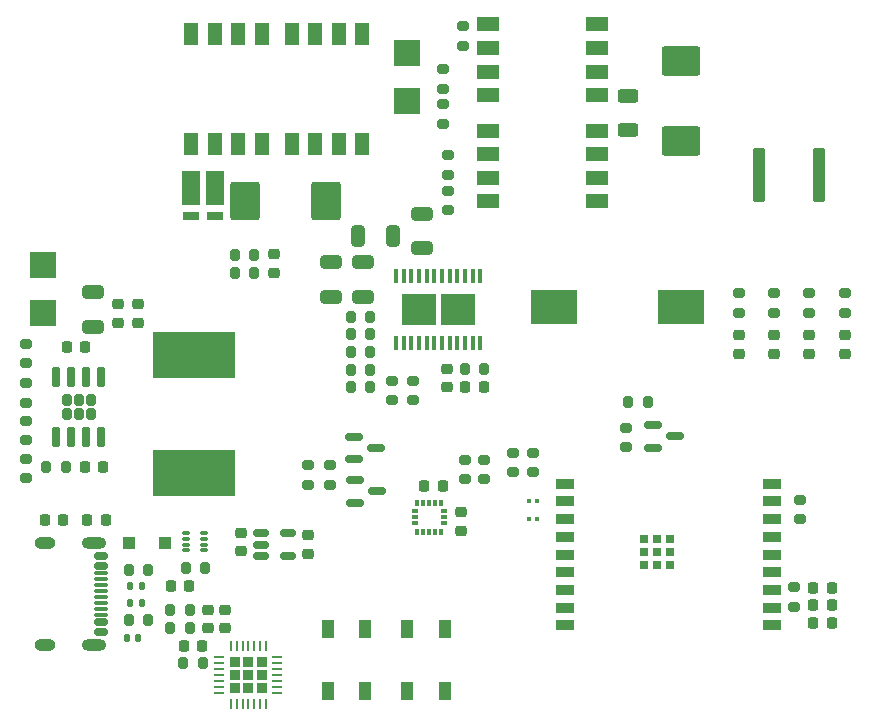
<source format=gbr>
G04 #@! TF.GenerationSoftware,KiCad,Pcbnew,9.0.3*
G04 #@! TF.CreationDate,2025-08-19T12:31:52-07:00*
G04 #@! TF.ProjectId,battery_protector,62617474-6572-4795-9f70-726f74656374,rev?*
G04 #@! TF.SameCoordinates,Original*
G04 #@! TF.FileFunction,Paste,Top*
G04 #@! TF.FilePolarity,Positive*
%FSLAX46Y46*%
G04 Gerber Fmt 4.6, Leading zero omitted, Abs format (unit mm)*
G04 Created by KiCad (PCBNEW 9.0.3) date 2025-08-19 12:31:52*
%MOMM*%
%LPD*%
G01*
G04 APERTURE LIST*
G04 Aperture macros list*
%AMRoundRect*
0 Rectangle with rounded corners*
0 $1 Rounding radius*
0 $2 $3 $4 $5 $6 $7 $8 $9 X,Y pos of 4 corners*
0 Add a 4 corners polygon primitive as box body*
4,1,4,$2,$3,$4,$5,$6,$7,$8,$9,$2,$3,0*
0 Add four circle primitives for the rounded corners*
1,1,$1+$1,$2,$3*
1,1,$1+$1,$4,$5*
1,1,$1+$1,$6,$7*
1,1,$1+$1,$8,$9*
0 Add four rect primitives between the rounded corners*
20,1,$1+$1,$2,$3,$4,$5,0*
20,1,$1+$1,$4,$5,$6,$7,0*
20,1,$1+$1,$6,$7,$8,$9,0*
20,1,$1+$1,$8,$9,$2,$3,0*%
G04 Aperture macros list end*
%ADD10C,0.000000*%
%ADD11R,1.498600X2.946400*%
%ADD12R,1.397000X0.711200*%
%ADD13RoundRect,0.200000X-0.275000X0.200000X-0.275000X-0.200000X0.275000X-0.200000X0.275000X0.200000X0*%
%ADD14RoundRect,0.225000X-0.225000X-0.250000X0.225000X-0.250000X0.225000X0.250000X-0.225000X0.250000X0*%
%ADD15RoundRect,0.225000X0.225000X0.250000X-0.225000X0.250000X-0.225000X-0.250000X0.225000X-0.250000X0*%
%ADD16RoundRect,0.200000X-0.200000X-0.275000X0.200000X-0.275000X0.200000X0.275000X-0.200000X0.275000X0*%
%ADD17RoundRect,0.200000X0.275000X-0.200000X0.275000X0.200000X-0.275000X0.200000X-0.275000X-0.200000X0*%
%ADD18RoundRect,0.200000X0.200000X0.275000X-0.200000X0.275000X-0.200000X-0.275000X0.200000X-0.275000X0*%
%ADD19RoundRect,0.250000X-0.625000X0.312500X-0.625000X-0.312500X0.625000X-0.312500X0.625000X0.312500X0*%
%ADD20R,1.854200X1.143000*%
%ADD21R,2.260600X2.209800*%
%ADD22RoundRect,0.225000X-0.250000X0.225000X-0.250000X-0.225000X0.250000X-0.225000X0.250000X0.225000X0*%
%ADD23RoundRect,0.150000X-0.587500X-0.150000X0.587500X-0.150000X0.587500X0.150000X-0.587500X0.150000X0*%
%ADD24RoundRect,0.079500X-0.079500X-0.100500X0.079500X-0.100500X0.079500X0.100500X-0.079500X0.100500X0*%
%ADD25R,1.000000X1.550000*%
%ADD26R,1.143000X1.854200*%
%ADD27RoundRect,0.250000X-0.650000X0.325000X-0.650000X-0.325000X0.650000X-0.325000X0.650000X0.325000X0*%
%ADD28RoundRect,0.225000X0.250000X-0.225000X0.250000X0.225000X-0.250000X0.225000X-0.250000X-0.225000X0*%
%ADD29RoundRect,0.150000X-0.425000X0.150000X-0.425000X-0.150000X0.425000X-0.150000X0.425000X0.150000X0*%
%ADD30RoundRect,0.075000X-0.500000X0.075000X-0.500000X-0.075000X0.500000X-0.075000X0.500000X0.075000X0*%
%ADD31O,2.100000X1.000000*%
%ADD32O,1.800000X1.000000*%
%ADD33RoundRect,0.218750X-0.256250X0.218750X-0.256250X-0.218750X0.256250X-0.218750X0.256250X0.218750X0*%
%ADD34RoundRect,0.075000X-0.075000X0.200000X-0.075000X-0.200000X0.075000X-0.200000X0.075000X0.200000X0*%
%ADD35RoundRect,0.075000X-0.200000X0.075000X-0.200000X-0.075000X0.200000X-0.075000X0.200000X0.075000X0*%
%ADD36R,1.000000X1.000000*%
%ADD37RoundRect,0.147500X-0.147500X-0.172500X0.147500X-0.172500X0.147500X0.172500X-0.147500X0.172500X0*%
%ADD38RoundRect,0.150000X-0.512500X-0.150000X0.512500X-0.150000X0.512500X0.150000X-0.512500X0.150000X0*%
%ADD39RoundRect,0.050000X-0.285000X-0.100000X0.285000X-0.100000X0.285000X0.100000X-0.285000X0.100000X0*%
%ADD40RoundRect,0.250000X0.300000X-2.050000X0.300000X2.050000X-0.300000X2.050000X-0.300000X-2.050000X0*%
%ADD41RoundRect,0.250000X0.325000X0.650000X-0.325000X0.650000X-0.325000X-0.650000X0.325000X-0.650000X0*%
%ADD42RoundRect,0.207500X-0.207500X0.277500X-0.207500X-0.277500X0.207500X-0.277500X0.207500X0.277500X0*%
%ADD43RoundRect,0.150000X-0.150000X0.737500X-0.150000X-0.737500X0.150000X-0.737500X0.150000X0.737500X0*%
%ADD44R,4.000000X3.000000*%
%ADD45RoundRect,0.225000X-0.225000X0.225000X-0.225000X-0.225000X0.225000X-0.225000X0.225000X0.225000X0*%
%ADD46RoundRect,0.062500X-0.062500X0.337500X-0.062500X-0.337500X0.062500X-0.337500X0.062500X0.337500X0*%
%ADD47RoundRect,0.062500X-0.337500X0.062500X-0.337500X-0.062500X0.337500X-0.062500X0.337500X0.062500X0*%
%ADD48R,1.500000X0.900000*%
%ADD49R,0.700000X0.700000*%
%ADD50RoundRect,0.250000X1.000000X-1.400000X1.000000X1.400000X-1.000000X1.400000X-1.000000X-1.400000X0*%
%ADD51R,7.000000X4.000000*%
%ADD52R,0.450000X1.310000*%
%ADD53RoundRect,0.250000X0.650000X-0.325000X0.650000X0.325000X-0.650000X0.325000X-0.650000X-0.325000X0*%
%ADD54RoundRect,0.250000X-1.400000X-1.000000X1.400000X-1.000000X1.400000X1.000000X-1.400000X1.000000X0*%
G04 APERTURE END LIST*
D10*
G36*
X113474999Y-92429998D02*
G01*
X110575005Y-92429998D01*
X110575005Y-89860000D01*
X113474999Y-89860000D01*
X113474999Y-92429998D01*
G37*
G36*
X116774999Y-92429998D02*
G01*
X113875005Y-92429998D01*
X113875005Y-89860000D01*
X116774999Y-89860000D01*
X116774999Y-92429998D01*
G37*
D11*
X92699964Y-80890400D03*
D12*
X92700000Y-83227200D03*
X94800000Y-83227200D03*
D11*
X94800036Y-80890400D03*
D13*
X115728991Y-67175000D03*
X115728991Y-68825000D03*
D14*
X80351000Y-108970000D03*
X81901000Y-108970000D03*
D15*
X117525000Y-97750000D03*
X115975000Y-97750000D03*
X93675000Y-119600000D03*
X92125000Y-119600000D03*
D16*
X91000000Y-116600000D03*
X92650000Y-116600000D03*
D17*
X129600000Y-102825000D03*
X129600000Y-101175000D03*
X117560000Y-105525000D03*
X117560000Y-103875000D03*
D18*
X117571261Y-96194452D03*
X115921261Y-96194452D03*
D19*
X129750000Y-73037500D03*
X129750000Y-75962500D03*
D16*
X80475000Y-104500000D03*
X82125000Y-104500000D03*
D20*
X117864500Y-73000002D03*
X127135500Y-66999998D03*
X127135500Y-68999999D03*
X127135500Y-71000001D03*
X127135500Y-72999999D03*
X117864500Y-67000001D03*
X117864500Y-68999999D03*
X117864500Y-71000001D03*
D14*
X145425000Y-116200000D03*
X146975000Y-116200000D03*
D21*
X80200000Y-91444700D03*
X80200000Y-87355300D03*
D22*
X86600000Y-90725000D03*
X86600000Y-92275000D03*
D17*
X114040000Y-75415000D03*
X114040000Y-73765000D03*
X78800000Y-95700000D03*
X78800000Y-94050000D03*
D23*
X131862500Y-100950000D03*
X131862500Y-102850000D03*
X133737500Y-101900000D03*
D13*
X121700000Y-103275000D03*
X121700000Y-104925000D03*
D17*
X104528000Y-105974386D03*
X104528000Y-104324386D03*
D24*
X121355000Y-108900000D03*
X122045000Y-108900000D03*
D25*
X107500000Y-118175000D03*
X107500000Y-123425000D03*
X104300000Y-118175000D03*
X104300000Y-123425000D03*
D26*
X92749998Y-67864500D03*
X98750002Y-77135500D03*
X96750001Y-77135500D03*
X94749999Y-77135500D03*
X92750001Y-77135500D03*
X98749999Y-67864500D03*
X96750001Y-67864500D03*
X94749999Y-67864500D03*
D13*
X102628000Y-104324386D03*
X102628000Y-105974386D03*
D21*
X111050000Y-73524700D03*
X111050000Y-69435300D03*
D17*
X114540000Y-79755000D03*
X114540000Y-78105000D03*
D16*
X87451000Y-117430000D03*
X89101000Y-117430000D03*
D22*
X102662500Y-110275000D03*
X102662500Y-111825000D03*
D27*
X84400000Y-89650000D03*
X84400000Y-92600000D03*
D17*
X111500000Y-98825000D03*
X111500000Y-97175000D03*
D16*
X106260000Y-96250000D03*
X107910000Y-96250000D03*
D17*
X120000000Y-104925000D03*
X120000000Y-103275000D03*
X142100000Y-91425000D03*
X142100000Y-89775000D03*
D15*
X85275000Y-104500000D03*
X83725000Y-104500000D03*
D28*
X94150000Y-118125000D03*
X94150000Y-116575000D03*
D29*
X85131000Y-112050000D03*
X85131000Y-112850000D03*
D30*
X85131000Y-114000000D03*
X85131000Y-115000000D03*
X85131000Y-115500000D03*
X85131000Y-116500000D03*
D29*
X85131000Y-117650000D03*
X85131000Y-118450000D03*
X85131000Y-118450000D03*
X85131000Y-117650000D03*
D30*
X85131000Y-117000000D03*
X85131000Y-116000000D03*
X85131000Y-114500000D03*
X85131000Y-113500000D03*
D29*
X85131000Y-112850000D03*
X85131000Y-112050000D03*
D31*
X84556000Y-110930000D03*
D32*
X80376000Y-110930000D03*
D31*
X84556000Y-119570000D03*
D32*
X80376000Y-119570000D03*
D14*
X145425000Y-114700000D03*
X146975000Y-114700000D03*
D15*
X92575000Y-114600000D03*
X91025000Y-114600000D03*
D17*
X148100000Y-91425000D03*
X148100000Y-89775000D03*
D13*
X78800000Y-100550000D03*
X78800000Y-102200000D03*
D33*
X148100000Y-93312500D03*
X148100000Y-94887500D03*
D18*
X98075000Y-88056879D03*
X96425000Y-88056879D03*
D13*
X114040000Y-70795000D03*
X114040000Y-72445000D03*
X114540000Y-81105000D03*
X114540000Y-82755000D03*
D34*
X113900000Y-109950000D03*
X113400000Y-109950000D03*
X112900000Y-109950000D03*
X112400000Y-109950000D03*
X111900000Y-109950000D03*
D35*
X111675000Y-109225000D03*
X111675000Y-108725000D03*
X111675000Y-108225000D03*
D34*
X111900000Y-107500000D03*
X112400000Y-107500000D03*
X112900000Y-107500000D03*
X113400000Y-107500000D03*
X113900000Y-107500000D03*
D35*
X114125000Y-108225000D03*
X114125000Y-108725000D03*
X114125000Y-109225000D03*
D18*
X93725000Y-121100000D03*
X92075000Y-121100000D03*
D22*
X114373247Y-96179085D03*
X114373247Y-97729085D03*
D24*
X121355000Y-107400000D03*
X122045000Y-107400000D03*
D16*
X106260000Y-91750000D03*
X107910000Y-91750000D03*
D17*
X78800000Y-105425000D03*
X78800000Y-103775000D03*
D36*
X90526000Y-110930000D03*
X87526000Y-110930000D03*
D25*
X114250000Y-118175000D03*
X114250000Y-123425000D03*
X111050000Y-118175000D03*
X111050000Y-123425000D03*
D22*
X96932750Y-110075250D03*
X96932750Y-111625250D03*
D16*
X129775000Y-99000000D03*
X131425000Y-99000000D03*
D28*
X95650000Y-118125000D03*
X95650000Y-116575000D03*
D37*
X87615000Y-114600000D03*
X88585000Y-114600000D03*
D38*
X98695250Y-110100000D03*
X98695250Y-111050000D03*
X98695250Y-112000000D03*
X100970250Y-112000000D03*
X100970250Y-110100000D03*
D17*
X115900000Y-105525000D03*
X115900000Y-103875000D03*
D39*
X92352160Y-110049750D03*
X92352160Y-110549750D03*
X92352160Y-111049750D03*
X92352160Y-111549750D03*
X93832160Y-111549750D03*
X93832160Y-111049750D03*
X93832160Y-110549750D03*
X93832160Y-110049750D03*
D27*
X104600000Y-87125000D03*
X104600000Y-90075000D03*
D40*
X145940000Y-79775000D03*
X140860000Y-79775000D03*
D22*
X88250000Y-90725000D03*
X88250000Y-92275000D03*
D16*
X106260000Y-97750000D03*
X107910000Y-97750000D03*
D14*
X82225000Y-94300000D03*
X83775000Y-94300000D03*
D16*
X87451000Y-113180000D03*
X89101000Y-113180000D03*
D41*
X109850000Y-84900000D03*
X106900000Y-84900000D03*
D42*
X84280000Y-98800000D03*
X83250000Y-98800000D03*
X82220000Y-98800000D03*
X84280000Y-100000000D03*
X83250000Y-100000000D03*
X82220000Y-100000000D03*
D43*
X85155000Y-96837500D03*
X83885000Y-96837500D03*
X82615000Y-96837500D03*
X81345000Y-96837500D03*
X81345000Y-101962500D03*
X82615000Y-101962500D03*
X83885000Y-101962500D03*
X85155000Y-101962500D03*
D17*
X139100000Y-91425000D03*
X139100000Y-89775000D03*
D22*
X115580000Y-108335000D03*
X115580000Y-109885000D03*
D16*
X106260000Y-94750000D03*
X107910000Y-94750000D03*
D18*
X93927160Y-113049750D03*
X92277160Y-113049750D03*
D17*
X143800000Y-116325000D03*
X143800000Y-114675000D03*
D44*
X123450000Y-90950000D03*
X134250000Y-90950000D03*
D22*
X99750000Y-86475000D03*
X99750000Y-88025000D03*
D45*
X98720000Y-120980000D03*
X97600000Y-120980000D03*
X96480000Y-120980000D03*
X98720000Y-122100000D03*
X97600000Y-122100000D03*
X96480000Y-122100000D03*
X98720000Y-123220000D03*
X97600000Y-123220000D03*
X96480000Y-123220000D03*
D46*
X99100000Y-119650000D03*
X98600000Y-119650000D03*
X98100000Y-119650000D03*
X97600000Y-119650000D03*
X97100000Y-119650000D03*
X96600000Y-119650000D03*
X96100000Y-119650000D03*
D47*
X95150000Y-120600000D03*
X95150000Y-121100000D03*
X95150000Y-121600000D03*
X95150000Y-122100000D03*
X95150000Y-122600000D03*
X95150000Y-123100000D03*
X95150000Y-123600000D03*
D46*
X96100000Y-124550000D03*
X96600000Y-124550000D03*
X97100000Y-124550000D03*
X97600000Y-124550000D03*
X98100000Y-124550000D03*
X98600000Y-124550000D03*
X99100000Y-124550000D03*
D47*
X100050000Y-123600000D03*
X100050000Y-123100000D03*
X100050000Y-122600000D03*
X100050000Y-122100000D03*
X100050000Y-121600000D03*
X100050000Y-121100000D03*
X100050000Y-120600000D03*
D48*
X141910000Y-117900000D03*
X141910000Y-116400000D03*
X141910000Y-114900000D03*
X141910000Y-113400000D03*
X141910000Y-111900000D03*
X141910000Y-110400000D03*
X141910000Y-108900000D03*
X141910000Y-107400000D03*
X141910000Y-105900000D03*
X124410000Y-105900000D03*
X124410000Y-107400000D03*
X124410000Y-108900000D03*
X124410000Y-110400000D03*
X124410000Y-111900000D03*
X124410000Y-113400000D03*
X124410000Y-114900000D03*
X124410000Y-116400000D03*
X124410000Y-117900000D03*
D49*
X133300000Y-112800000D03*
X133300000Y-111700000D03*
X133300000Y-110600000D03*
X132200000Y-112800000D03*
X132200000Y-111700000D03*
X132200000Y-110600000D03*
X131100000Y-112800000D03*
X131100000Y-111700000D03*
X131100000Y-110600000D03*
D17*
X78800000Y-99025000D03*
X78800000Y-97375000D03*
D33*
X139100000Y-93312500D03*
X139100000Y-94887500D03*
D16*
X106260000Y-93250000D03*
X107910000Y-93250000D03*
D23*
X106600000Y-105600000D03*
X106600000Y-107500000D03*
X108475000Y-106550000D03*
D26*
X101249998Y-67864500D03*
X107250002Y-77135500D03*
X105250001Y-77135500D03*
X103249999Y-77135500D03*
X101250001Y-77135500D03*
X107249999Y-67864500D03*
X105250001Y-67864500D03*
X103249999Y-67864500D03*
D50*
X97350000Y-82000000D03*
X104150000Y-82000000D03*
D51*
X93000000Y-105000000D03*
X93000000Y-95000000D03*
D37*
X87291000Y-118930000D03*
X88261000Y-118930000D03*
D33*
X145100000Y-93312500D03*
X145100000Y-94887500D03*
D27*
X107300000Y-87125000D03*
X107300000Y-90075000D03*
D33*
X142100000Y-93312500D03*
X142100000Y-94887500D03*
D17*
X109750000Y-98825000D03*
X109750000Y-97175000D03*
D13*
X144300000Y-107275000D03*
X144300000Y-108925000D03*
D23*
X106562500Y-101950000D03*
X106562500Y-103850000D03*
X108437500Y-102900000D03*
D20*
X117864500Y-82000002D03*
X127135500Y-75999998D03*
X127135500Y-77999999D03*
X127135500Y-80000001D03*
X127135500Y-81999999D03*
X117864500Y-76000001D03*
X117864500Y-77999999D03*
X117864500Y-80000001D03*
D16*
X91000000Y-118100000D03*
X92650000Y-118100000D03*
D15*
X114055000Y-106100000D03*
X112505000Y-106100000D03*
D52*
X110100003Y-94000000D03*
X110750002Y-94000000D03*
X111400000Y-94000000D03*
X112050001Y-94000000D03*
X112700000Y-94000000D03*
X113350001Y-94000000D03*
X114000000Y-94000000D03*
X114650001Y-94000000D03*
X115300000Y-94000000D03*
X115950001Y-94000000D03*
X116600000Y-94000000D03*
X117250001Y-94000000D03*
X117250001Y-88289998D03*
X116600002Y-88289998D03*
X115950001Y-88289998D03*
X115300003Y-88289998D03*
X114650001Y-88289998D03*
X114000003Y-88289998D03*
X113350004Y-88289998D03*
X112700003Y-88289998D03*
X112050004Y-88289998D03*
X111400003Y-88289998D03*
X110750004Y-88289998D03*
X110100003Y-88289998D03*
D53*
X112300000Y-85975000D03*
X112300000Y-83025000D03*
D14*
X145425000Y-117700000D03*
X146975000Y-117700000D03*
X83976000Y-108970000D03*
X85526000Y-108970000D03*
D37*
X87615000Y-116000000D03*
X88585000Y-116000000D03*
D54*
X134250000Y-70100000D03*
X134250000Y-76900000D03*
D18*
X98075000Y-86500000D03*
X96425000Y-86500000D03*
D17*
X145100000Y-91425000D03*
X145100000Y-89775000D03*
M02*

</source>
